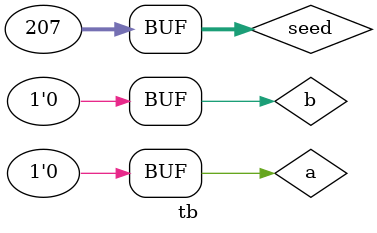
<source format=v>
`include "nor3.v"
module tb;
reg a,b,c;
wire y;
integer seed;
nor3 dut(a,b,c,y);

initial begin
seed=207;
	repeat(20) begin
	
		{a,b,c}=$random;
		#2;
	end
end
initial begin

$monitor("%0t= a=%b b=%b c=%b y=%b",$time,a,b,c,y);

end 
endmodule

</source>
